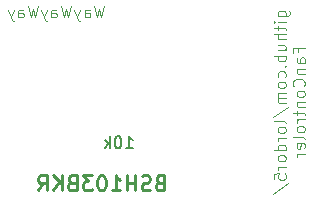
<source format=gbr>
%TF.GenerationSoftware,KiCad,Pcbnew,9.0.0*%
%TF.CreationDate,2025-03-22T17:47:38+01:00*%
%TF.ProjectId,FanControles,46616e43-6f6e-4747-926f-6c65732e6b69,rev?*%
%TF.SameCoordinates,Original*%
%TF.FileFunction,Legend,Bot*%
%TF.FilePolarity,Positive*%
%FSLAX46Y46*%
G04 Gerber Fmt 4.6, Leading zero omitted, Abs format (unit mm)*
G04 Created by KiCad (PCBNEW 9.0.0) date 2025-03-22 17:47:38*
%MOMM*%
%LPD*%
G01*
G04 APERTURE LIST*
%ADD10C,0.125000*%
%ADD11C,0.100000*%
%ADD12C,0.254000*%
%ADD13C,0.150000*%
G04 APERTURE END LIST*
D10*
X157484480Y-78285713D02*
X158294004Y-78285713D01*
X158294004Y-78285713D02*
X158389242Y-78238094D01*
X158389242Y-78238094D02*
X158436861Y-78190475D01*
X158436861Y-78190475D02*
X158484480Y-78095237D01*
X158484480Y-78095237D02*
X158484480Y-77952380D01*
X158484480Y-77952380D02*
X158436861Y-77857142D01*
X158103528Y-78285713D02*
X158151147Y-78190475D01*
X158151147Y-78190475D02*
X158151147Y-77999999D01*
X158151147Y-77999999D02*
X158103528Y-77904761D01*
X158103528Y-77904761D02*
X158055908Y-77857142D01*
X158055908Y-77857142D02*
X157960670Y-77809523D01*
X157960670Y-77809523D02*
X157674956Y-77809523D01*
X157674956Y-77809523D02*
X157579718Y-77857142D01*
X157579718Y-77857142D02*
X157532099Y-77904761D01*
X157532099Y-77904761D02*
X157484480Y-77999999D01*
X157484480Y-77999999D02*
X157484480Y-78190475D01*
X157484480Y-78190475D02*
X157532099Y-78285713D01*
X158151147Y-78761904D02*
X157484480Y-78761904D01*
X157151147Y-78761904D02*
X157198766Y-78714285D01*
X157198766Y-78714285D02*
X157246385Y-78761904D01*
X157246385Y-78761904D02*
X157198766Y-78809523D01*
X157198766Y-78809523D02*
X157151147Y-78761904D01*
X157151147Y-78761904D02*
X157246385Y-78761904D01*
X157484480Y-79095237D02*
X157484480Y-79476189D01*
X157151147Y-79238094D02*
X158008289Y-79238094D01*
X158008289Y-79238094D02*
X158103528Y-79285713D01*
X158103528Y-79285713D02*
X158151147Y-79380951D01*
X158151147Y-79380951D02*
X158151147Y-79476189D01*
X158151147Y-79809523D02*
X157151147Y-79809523D01*
X158151147Y-80238094D02*
X157627337Y-80238094D01*
X157627337Y-80238094D02*
X157532099Y-80190475D01*
X157532099Y-80190475D02*
X157484480Y-80095237D01*
X157484480Y-80095237D02*
X157484480Y-79952380D01*
X157484480Y-79952380D02*
X157532099Y-79857142D01*
X157532099Y-79857142D02*
X157579718Y-79809523D01*
X157484480Y-81142856D02*
X158151147Y-81142856D01*
X157484480Y-80714285D02*
X158008289Y-80714285D01*
X158008289Y-80714285D02*
X158103528Y-80761904D01*
X158103528Y-80761904D02*
X158151147Y-80857142D01*
X158151147Y-80857142D02*
X158151147Y-80999999D01*
X158151147Y-80999999D02*
X158103528Y-81095237D01*
X158103528Y-81095237D02*
X158055908Y-81142856D01*
X158151147Y-81619047D02*
X157151147Y-81619047D01*
X157532099Y-81619047D02*
X157484480Y-81714285D01*
X157484480Y-81714285D02*
X157484480Y-81904761D01*
X157484480Y-81904761D02*
X157532099Y-81999999D01*
X157532099Y-81999999D02*
X157579718Y-82047618D01*
X157579718Y-82047618D02*
X157674956Y-82095237D01*
X157674956Y-82095237D02*
X157960670Y-82095237D01*
X157960670Y-82095237D02*
X158055908Y-82047618D01*
X158055908Y-82047618D02*
X158103528Y-81999999D01*
X158103528Y-81999999D02*
X158151147Y-81904761D01*
X158151147Y-81904761D02*
X158151147Y-81714285D01*
X158151147Y-81714285D02*
X158103528Y-81619047D01*
X158055908Y-82523809D02*
X158103528Y-82571428D01*
X158103528Y-82571428D02*
X158151147Y-82523809D01*
X158151147Y-82523809D02*
X158103528Y-82476190D01*
X158103528Y-82476190D02*
X158055908Y-82523809D01*
X158055908Y-82523809D02*
X158151147Y-82523809D01*
X158103528Y-83428570D02*
X158151147Y-83333332D01*
X158151147Y-83333332D02*
X158151147Y-83142856D01*
X158151147Y-83142856D02*
X158103528Y-83047618D01*
X158103528Y-83047618D02*
X158055908Y-82999999D01*
X158055908Y-82999999D02*
X157960670Y-82952380D01*
X157960670Y-82952380D02*
X157674956Y-82952380D01*
X157674956Y-82952380D02*
X157579718Y-82999999D01*
X157579718Y-82999999D02*
X157532099Y-83047618D01*
X157532099Y-83047618D02*
X157484480Y-83142856D01*
X157484480Y-83142856D02*
X157484480Y-83333332D01*
X157484480Y-83333332D02*
X157532099Y-83428570D01*
X158151147Y-83999999D02*
X158103528Y-83904761D01*
X158103528Y-83904761D02*
X158055908Y-83857142D01*
X158055908Y-83857142D02*
X157960670Y-83809523D01*
X157960670Y-83809523D02*
X157674956Y-83809523D01*
X157674956Y-83809523D02*
X157579718Y-83857142D01*
X157579718Y-83857142D02*
X157532099Y-83904761D01*
X157532099Y-83904761D02*
X157484480Y-83999999D01*
X157484480Y-83999999D02*
X157484480Y-84142856D01*
X157484480Y-84142856D02*
X157532099Y-84238094D01*
X157532099Y-84238094D02*
X157579718Y-84285713D01*
X157579718Y-84285713D02*
X157674956Y-84333332D01*
X157674956Y-84333332D02*
X157960670Y-84333332D01*
X157960670Y-84333332D02*
X158055908Y-84285713D01*
X158055908Y-84285713D02*
X158103528Y-84238094D01*
X158103528Y-84238094D02*
X158151147Y-84142856D01*
X158151147Y-84142856D02*
X158151147Y-83999999D01*
X158151147Y-84761904D02*
X157484480Y-84761904D01*
X157579718Y-84761904D02*
X157532099Y-84809523D01*
X157532099Y-84809523D02*
X157484480Y-84904761D01*
X157484480Y-84904761D02*
X157484480Y-85047618D01*
X157484480Y-85047618D02*
X157532099Y-85142856D01*
X157532099Y-85142856D02*
X157627337Y-85190475D01*
X157627337Y-85190475D02*
X158151147Y-85190475D01*
X157627337Y-85190475D02*
X157532099Y-85238094D01*
X157532099Y-85238094D02*
X157484480Y-85333332D01*
X157484480Y-85333332D02*
X157484480Y-85476189D01*
X157484480Y-85476189D02*
X157532099Y-85571428D01*
X157532099Y-85571428D02*
X157627337Y-85619047D01*
X157627337Y-85619047D02*
X158151147Y-85619047D01*
X157103528Y-86809522D02*
X158389242Y-85952380D01*
X158151147Y-87285713D02*
X158103528Y-87190475D01*
X158103528Y-87190475D02*
X158008289Y-87142856D01*
X158008289Y-87142856D02*
X157151147Y-87142856D01*
X158151147Y-87809523D02*
X158103528Y-87714285D01*
X158103528Y-87714285D02*
X158055908Y-87666666D01*
X158055908Y-87666666D02*
X157960670Y-87619047D01*
X157960670Y-87619047D02*
X157674956Y-87619047D01*
X157674956Y-87619047D02*
X157579718Y-87666666D01*
X157579718Y-87666666D02*
X157532099Y-87714285D01*
X157532099Y-87714285D02*
X157484480Y-87809523D01*
X157484480Y-87809523D02*
X157484480Y-87952380D01*
X157484480Y-87952380D02*
X157532099Y-88047618D01*
X157532099Y-88047618D02*
X157579718Y-88095237D01*
X157579718Y-88095237D02*
X157674956Y-88142856D01*
X157674956Y-88142856D02*
X157960670Y-88142856D01*
X157960670Y-88142856D02*
X158055908Y-88095237D01*
X158055908Y-88095237D02*
X158103528Y-88047618D01*
X158103528Y-88047618D02*
X158151147Y-87952380D01*
X158151147Y-87952380D02*
X158151147Y-87809523D01*
X158151147Y-88571428D02*
X157484480Y-88571428D01*
X157674956Y-88571428D02*
X157579718Y-88619047D01*
X157579718Y-88619047D02*
X157532099Y-88666666D01*
X157532099Y-88666666D02*
X157484480Y-88761904D01*
X157484480Y-88761904D02*
X157484480Y-88857142D01*
X158151147Y-89619047D02*
X157151147Y-89619047D01*
X158103528Y-89619047D02*
X158151147Y-89523809D01*
X158151147Y-89523809D02*
X158151147Y-89333333D01*
X158151147Y-89333333D02*
X158103528Y-89238095D01*
X158103528Y-89238095D02*
X158055908Y-89190476D01*
X158055908Y-89190476D02*
X157960670Y-89142857D01*
X157960670Y-89142857D02*
X157674956Y-89142857D01*
X157674956Y-89142857D02*
X157579718Y-89190476D01*
X157579718Y-89190476D02*
X157532099Y-89238095D01*
X157532099Y-89238095D02*
X157484480Y-89333333D01*
X157484480Y-89333333D02*
X157484480Y-89523809D01*
X157484480Y-89523809D02*
X157532099Y-89619047D01*
X158151147Y-90238095D02*
X158103528Y-90142857D01*
X158103528Y-90142857D02*
X158055908Y-90095238D01*
X158055908Y-90095238D02*
X157960670Y-90047619D01*
X157960670Y-90047619D02*
X157674956Y-90047619D01*
X157674956Y-90047619D02*
X157579718Y-90095238D01*
X157579718Y-90095238D02*
X157532099Y-90142857D01*
X157532099Y-90142857D02*
X157484480Y-90238095D01*
X157484480Y-90238095D02*
X157484480Y-90380952D01*
X157484480Y-90380952D02*
X157532099Y-90476190D01*
X157532099Y-90476190D02*
X157579718Y-90523809D01*
X157579718Y-90523809D02*
X157674956Y-90571428D01*
X157674956Y-90571428D02*
X157960670Y-90571428D01*
X157960670Y-90571428D02*
X158055908Y-90523809D01*
X158055908Y-90523809D02*
X158103528Y-90476190D01*
X158103528Y-90476190D02*
X158151147Y-90380952D01*
X158151147Y-90380952D02*
X158151147Y-90238095D01*
X158151147Y-91000000D02*
X157484480Y-91000000D01*
X157674956Y-91000000D02*
X157579718Y-91047619D01*
X157579718Y-91047619D02*
X157532099Y-91095238D01*
X157532099Y-91095238D02*
X157484480Y-91190476D01*
X157484480Y-91190476D02*
X157484480Y-91285714D01*
X157151147Y-92095238D02*
X157151147Y-91619048D01*
X157151147Y-91619048D02*
X157627337Y-91571429D01*
X157627337Y-91571429D02*
X157579718Y-91619048D01*
X157579718Y-91619048D02*
X157532099Y-91714286D01*
X157532099Y-91714286D02*
X157532099Y-91952381D01*
X157532099Y-91952381D02*
X157579718Y-92047619D01*
X157579718Y-92047619D02*
X157627337Y-92095238D01*
X157627337Y-92095238D02*
X157722575Y-92142857D01*
X157722575Y-92142857D02*
X157960670Y-92142857D01*
X157960670Y-92142857D02*
X158055908Y-92095238D01*
X158055908Y-92095238D02*
X158103528Y-92047619D01*
X158103528Y-92047619D02*
X158151147Y-91952381D01*
X158151147Y-91952381D02*
X158151147Y-91714286D01*
X158151147Y-91714286D02*
X158103528Y-91619048D01*
X158103528Y-91619048D02*
X158055908Y-91571429D01*
X157103528Y-93285714D02*
X158389242Y-92428572D01*
X159237281Y-81285713D02*
X159237281Y-80952380D01*
X159761091Y-80952380D02*
X158761091Y-80952380D01*
X158761091Y-80952380D02*
X158761091Y-81428570D01*
X159761091Y-82238094D02*
X159237281Y-82238094D01*
X159237281Y-82238094D02*
X159142043Y-82190475D01*
X159142043Y-82190475D02*
X159094424Y-82095237D01*
X159094424Y-82095237D02*
X159094424Y-81904761D01*
X159094424Y-81904761D02*
X159142043Y-81809523D01*
X159713472Y-82238094D02*
X159761091Y-82142856D01*
X159761091Y-82142856D02*
X159761091Y-81904761D01*
X159761091Y-81904761D02*
X159713472Y-81809523D01*
X159713472Y-81809523D02*
X159618233Y-81761904D01*
X159618233Y-81761904D02*
X159522995Y-81761904D01*
X159522995Y-81761904D02*
X159427757Y-81809523D01*
X159427757Y-81809523D02*
X159380138Y-81904761D01*
X159380138Y-81904761D02*
X159380138Y-82142856D01*
X159380138Y-82142856D02*
X159332519Y-82238094D01*
X159094424Y-82714285D02*
X159761091Y-82714285D01*
X159189662Y-82714285D02*
X159142043Y-82761904D01*
X159142043Y-82761904D02*
X159094424Y-82857142D01*
X159094424Y-82857142D02*
X159094424Y-82999999D01*
X159094424Y-82999999D02*
X159142043Y-83095237D01*
X159142043Y-83095237D02*
X159237281Y-83142856D01*
X159237281Y-83142856D02*
X159761091Y-83142856D01*
X159665852Y-84190475D02*
X159713472Y-84142856D01*
X159713472Y-84142856D02*
X159761091Y-83999999D01*
X159761091Y-83999999D02*
X159761091Y-83904761D01*
X159761091Y-83904761D02*
X159713472Y-83761904D01*
X159713472Y-83761904D02*
X159618233Y-83666666D01*
X159618233Y-83666666D02*
X159522995Y-83619047D01*
X159522995Y-83619047D02*
X159332519Y-83571428D01*
X159332519Y-83571428D02*
X159189662Y-83571428D01*
X159189662Y-83571428D02*
X158999186Y-83619047D01*
X158999186Y-83619047D02*
X158903948Y-83666666D01*
X158903948Y-83666666D02*
X158808710Y-83761904D01*
X158808710Y-83761904D02*
X158761091Y-83904761D01*
X158761091Y-83904761D02*
X158761091Y-83999999D01*
X158761091Y-83999999D02*
X158808710Y-84142856D01*
X158808710Y-84142856D02*
X158856329Y-84190475D01*
X159761091Y-84761904D02*
X159713472Y-84666666D01*
X159713472Y-84666666D02*
X159665852Y-84619047D01*
X159665852Y-84619047D02*
X159570614Y-84571428D01*
X159570614Y-84571428D02*
X159284900Y-84571428D01*
X159284900Y-84571428D02*
X159189662Y-84619047D01*
X159189662Y-84619047D02*
X159142043Y-84666666D01*
X159142043Y-84666666D02*
X159094424Y-84761904D01*
X159094424Y-84761904D02*
X159094424Y-84904761D01*
X159094424Y-84904761D02*
X159142043Y-84999999D01*
X159142043Y-84999999D02*
X159189662Y-85047618D01*
X159189662Y-85047618D02*
X159284900Y-85095237D01*
X159284900Y-85095237D02*
X159570614Y-85095237D01*
X159570614Y-85095237D02*
X159665852Y-85047618D01*
X159665852Y-85047618D02*
X159713472Y-84999999D01*
X159713472Y-84999999D02*
X159761091Y-84904761D01*
X159761091Y-84904761D02*
X159761091Y-84761904D01*
X159094424Y-85523809D02*
X159761091Y-85523809D01*
X159189662Y-85523809D02*
X159142043Y-85571428D01*
X159142043Y-85571428D02*
X159094424Y-85666666D01*
X159094424Y-85666666D02*
X159094424Y-85809523D01*
X159094424Y-85809523D02*
X159142043Y-85904761D01*
X159142043Y-85904761D02*
X159237281Y-85952380D01*
X159237281Y-85952380D02*
X159761091Y-85952380D01*
X159094424Y-86285714D02*
X159094424Y-86666666D01*
X158761091Y-86428571D02*
X159618233Y-86428571D01*
X159618233Y-86428571D02*
X159713472Y-86476190D01*
X159713472Y-86476190D02*
X159761091Y-86571428D01*
X159761091Y-86571428D02*
X159761091Y-86666666D01*
X159761091Y-87000000D02*
X159094424Y-87000000D01*
X159284900Y-87000000D02*
X159189662Y-87047619D01*
X159189662Y-87047619D02*
X159142043Y-87095238D01*
X159142043Y-87095238D02*
X159094424Y-87190476D01*
X159094424Y-87190476D02*
X159094424Y-87285714D01*
X159761091Y-87761905D02*
X159713472Y-87666667D01*
X159713472Y-87666667D02*
X159665852Y-87619048D01*
X159665852Y-87619048D02*
X159570614Y-87571429D01*
X159570614Y-87571429D02*
X159284900Y-87571429D01*
X159284900Y-87571429D02*
X159189662Y-87619048D01*
X159189662Y-87619048D02*
X159142043Y-87666667D01*
X159142043Y-87666667D02*
X159094424Y-87761905D01*
X159094424Y-87761905D02*
X159094424Y-87904762D01*
X159094424Y-87904762D02*
X159142043Y-88000000D01*
X159142043Y-88000000D02*
X159189662Y-88047619D01*
X159189662Y-88047619D02*
X159284900Y-88095238D01*
X159284900Y-88095238D02*
X159570614Y-88095238D01*
X159570614Y-88095238D02*
X159665852Y-88047619D01*
X159665852Y-88047619D02*
X159713472Y-88000000D01*
X159713472Y-88000000D02*
X159761091Y-87904762D01*
X159761091Y-87904762D02*
X159761091Y-87761905D01*
X159761091Y-88666667D02*
X159713472Y-88571429D01*
X159713472Y-88571429D02*
X159618233Y-88523810D01*
X159618233Y-88523810D02*
X158761091Y-88523810D01*
X159713472Y-89428572D02*
X159761091Y-89333334D01*
X159761091Y-89333334D02*
X159761091Y-89142858D01*
X159761091Y-89142858D02*
X159713472Y-89047620D01*
X159713472Y-89047620D02*
X159618233Y-89000001D01*
X159618233Y-89000001D02*
X159237281Y-89000001D01*
X159237281Y-89000001D02*
X159142043Y-89047620D01*
X159142043Y-89047620D02*
X159094424Y-89142858D01*
X159094424Y-89142858D02*
X159094424Y-89333334D01*
X159094424Y-89333334D02*
X159142043Y-89428572D01*
X159142043Y-89428572D02*
X159237281Y-89476191D01*
X159237281Y-89476191D02*
X159332519Y-89476191D01*
X159332519Y-89476191D02*
X159427757Y-89000001D01*
X159761091Y-89904763D02*
X159094424Y-89904763D01*
X159284900Y-89904763D02*
X159189662Y-89952382D01*
X159189662Y-89952382D02*
X159142043Y-90000001D01*
X159142043Y-90000001D02*
X159094424Y-90095239D01*
X159094424Y-90095239D02*
X159094424Y-90190477D01*
D11*
X142791353Y-77372419D02*
X142553258Y-78372419D01*
X142553258Y-78372419D02*
X142362782Y-77658133D01*
X142362782Y-77658133D02*
X142172306Y-78372419D01*
X142172306Y-78372419D02*
X141934211Y-77372419D01*
X141124687Y-78372419D02*
X141124687Y-77848609D01*
X141124687Y-77848609D02*
X141172306Y-77753371D01*
X141172306Y-77753371D02*
X141267544Y-77705752D01*
X141267544Y-77705752D02*
X141458020Y-77705752D01*
X141458020Y-77705752D02*
X141553258Y-77753371D01*
X141124687Y-78324800D02*
X141219925Y-78372419D01*
X141219925Y-78372419D02*
X141458020Y-78372419D01*
X141458020Y-78372419D02*
X141553258Y-78324800D01*
X141553258Y-78324800D02*
X141600877Y-78229561D01*
X141600877Y-78229561D02*
X141600877Y-78134323D01*
X141600877Y-78134323D02*
X141553258Y-78039085D01*
X141553258Y-78039085D02*
X141458020Y-77991466D01*
X141458020Y-77991466D02*
X141219925Y-77991466D01*
X141219925Y-77991466D02*
X141124687Y-77943847D01*
X140743734Y-77705752D02*
X140505639Y-78372419D01*
X140267544Y-77705752D02*
X140505639Y-78372419D01*
X140505639Y-78372419D02*
X140600877Y-78610514D01*
X140600877Y-78610514D02*
X140648496Y-78658133D01*
X140648496Y-78658133D02*
X140743734Y-78705752D01*
X139981829Y-77372419D02*
X139743734Y-78372419D01*
X139743734Y-78372419D02*
X139553258Y-77658133D01*
X139553258Y-77658133D02*
X139362782Y-78372419D01*
X139362782Y-78372419D02*
X139124687Y-77372419D01*
X138315163Y-78372419D02*
X138315163Y-77848609D01*
X138315163Y-77848609D02*
X138362782Y-77753371D01*
X138362782Y-77753371D02*
X138458020Y-77705752D01*
X138458020Y-77705752D02*
X138648496Y-77705752D01*
X138648496Y-77705752D02*
X138743734Y-77753371D01*
X138315163Y-78324800D02*
X138410401Y-78372419D01*
X138410401Y-78372419D02*
X138648496Y-78372419D01*
X138648496Y-78372419D02*
X138743734Y-78324800D01*
X138743734Y-78324800D02*
X138791353Y-78229561D01*
X138791353Y-78229561D02*
X138791353Y-78134323D01*
X138791353Y-78134323D02*
X138743734Y-78039085D01*
X138743734Y-78039085D02*
X138648496Y-77991466D01*
X138648496Y-77991466D02*
X138410401Y-77991466D01*
X138410401Y-77991466D02*
X138315163Y-77943847D01*
X137934210Y-77705752D02*
X137696115Y-78372419D01*
X137458020Y-77705752D02*
X137696115Y-78372419D01*
X137696115Y-78372419D02*
X137791353Y-78610514D01*
X137791353Y-78610514D02*
X137838972Y-78658133D01*
X137838972Y-78658133D02*
X137934210Y-78705752D01*
X137172305Y-77372419D02*
X136934210Y-78372419D01*
X136934210Y-78372419D02*
X136743734Y-77658133D01*
X136743734Y-77658133D02*
X136553258Y-78372419D01*
X136553258Y-78372419D02*
X136315163Y-77372419D01*
X135505639Y-78372419D02*
X135505639Y-77848609D01*
X135505639Y-77848609D02*
X135553258Y-77753371D01*
X135553258Y-77753371D02*
X135648496Y-77705752D01*
X135648496Y-77705752D02*
X135838972Y-77705752D01*
X135838972Y-77705752D02*
X135934210Y-77753371D01*
X135505639Y-78324800D02*
X135600877Y-78372419D01*
X135600877Y-78372419D02*
X135838972Y-78372419D01*
X135838972Y-78372419D02*
X135934210Y-78324800D01*
X135934210Y-78324800D02*
X135981829Y-78229561D01*
X135981829Y-78229561D02*
X135981829Y-78134323D01*
X135981829Y-78134323D02*
X135934210Y-78039085D01*
X135934210Y-78039085D02*
X135838972Y-77991466D01*
X135838972Y-77991466D02*
X135600877Y-77991466D01*
X135600877Y-77991466D02*
X135505639Y-77943847D01*
X135124686Y-77705752D02*
X134886591Y-78372419D01*
X134648496Y-77705752D02*
X134886591Y-78372419D01*
X134886591Y-78372419D02*
X134981829Y-78610514D01*
X134981829Y-78610514D02*
X135029448Y-78658133D01*
X135029448Y-78658133D02*
X135124686Y-78705752D01*
D12*
X147461071Y-92359080D02*
X147279643Y-92419556D01*
X147279643Y-92419556D02*
X147219166Y-92480032D01*
X147219166Y-92480032D02*
X147158690Y-92600984D01*
X147158690Y-92600984D02*
X147158690Y-92782413D01*
X147158690Y-92782413D02*
X147219166Y-92903365D01*
X147219166Y-92903365D02*
X147279643Y-92963842D01*
X147279643Y-92963842D02*
X147400595Y-93024318D01*
X147400595Y-93024318D02*
X147884405Y-93024318D01*
X147884405Y-93024318D02*
X147884405Y-91754318D01*
X147884405Y-91754318D02*
X147461071Y-91754318D01*
X147461071Y-91754318D02*
X147340119Y-91814794D01*
X147340119Y-91814794D02*
X147279643Y-91875270D01*
X147279643Y-91875270D02*
X147219166Y-91996222D01*
X147219166Y-91996222D02*
X147219166Y-92117175D01*
X147219166Y-92117175D02*
X147279643Y-92238127D01*
X147279643Y-92238127D02*
X147340119Y-92298603D01*
X147340119Y-92298603D02*
X147461071Y-92359080D01*
X147461071Y-92359080D02*
X147884405Y-92359080D01*
X146674881Y-92963842D02*
X146493452Y-93024318D01*
X146493452Y-93024318D02*
X146191071Y-93024318D01*
X146191071Y-93024318D02*
X146070119Y-92963842D01*
X146070119Y-92963842D02*
X146009643Y-92903365D01*
X146009643Y-92903365D02*
X145949166Y-92782413D01*
X145949166Y-92782413D02*
X145949166Y-92661461D01*
X145949166Y-92661461D02*
X146009643Y-92540508D01*
X146009643Y-92540508D02*
X146070119Y-92480032D01*
X146070119Y-92480032D02*
X146191071Y-92419556D01*
X146191071Y-92419556D02*
X146432976Y-92359080D01*
X146432976Y-92359080D02*
X146553928Y-92298603D01*
X146553928Y-92298603D02*
X146614405Y-92238127D01*
X146614405Y-92238127D02*
X146674881Y-92117175D01*
X146674881Y-92117175D02*
X146674881Y-91996222D01*
X146674881Y-91996222D02*
X146614405Y-91875270D01*
X146614405Y-91875270D02*
X146553928Y-91814794D01*
X146553928Y-91814794D02*
X146432976Y-91754318D01*
X146432976Y-91754318D02*
X146130595Y-91754318D01*
X146130595Y-91754318D02*
X145949166Y-91814794D01*
X145404881Y-93024318D02*
X145404881Y-91754318D01*
X145404881Y-92359080D02*
X144679166Y-92359080D01*
X144679166Y-93024318D02*
X144679166Y-91754318D01*
X143409166Y-93024318D02*
X144134881Y-93024318D01*
X143772024Y-93024318D02*
X143772024Y-91754318D01*
X143772024Y-91754318D02*
X143892976Y-91935746D01*
X143892976Y-91935746D02*
X144013928Y-92056699D01*
X144013928Y-92056699D02*
X144134881Y-92117175D01*
X142622976Y-91754318D02*
X142502023Y-91754318D01*
X142502023Y-91754318D02*
X142381071Y-91814794D01*
X142381071Y-91814794D02*
X142320595Y-91875270D01*
X142320595Y-91875270D02*
X142260119Y-91996222D01*
X142260119Y-91996222D02*
X142199642Y-92238127D01*
X142199642Y-92238127D02*
X142199642Y-92540508D01*
X142199642Y-92540508D02*
X142260119Y-92782413D01*
X142260119Y-92782413D02*
X142320595Y-92903365D01*
X142320595Y-92903365D02*
X142381071Y-92963842D01*
X142381071Y-92963842D02*
X142502023Y-93024318D01*
X142502023Y-93024318D02*
X142622976Y-93024318D01*
X142622976Y-93024318D02*
X142743928Y-92963842D01*
X142743928Y-92963842D02*
X142804404Y-92903365D01*
X142804404Y-92903365D02*
X142864881Y-92782413D01*
X142864881Y-92782413D02*
X142925357Y-92540508D01*
X142925357Y-92540508D02*
X142925357Y-92238127D01*
X142925357Y-92238127D02*
X142864881Y-91996222D01*
X142864881Y-91996222D02*
X142804404Y-91875270D01*
X142804404Y-91875270D02*
X142743928Y-91814794D01*
X142743928Y-91814794D02*
X142622976Y-91754318D01*
X141776309Y-91754318D02*
X140990118Y-91754318D01*
X140990118Y-91754318D02*
X141413452Y-92238127D01*
X141413452Y-92238127D02*
X141232023Y-92238127D01*
X141232023Y-92238127D02*
X141111071Y-92298603D01*
X141111071Y-92298603D02*
X141050595Y-92359080D01*
X141050595Y-92359080D02*
X140990118Y-92480032D01*
X140990118Y-92480032D02*
X140990118Y-92782413D01*
X140990118Y-92782413D02*
X141050595Y-92903365D01*
X141050595Y-92903365D02*
X141111071Y-92963842D01*
X141111071Y-92963842D02*
X141232023Y-93024318D01*
X141232023Y-93024318D02*
X141594880Y-93024318D01*
X141594880Y-93024318D02*
X141715833Y-92963842D01*
X141715833Y-92963842D02*
X141776309Y-92903365D01*
X140022499Y-92359080D02*
X139841071Y-92419556D01*
X139841071Y-92419556D02*
X139780594Y-92480032D01*
X139780594Y-92480032D02*
X139720118Y-92600984D01*
X139720118Y-92600984D02*
X139720118Y-92782413D01*
X139720118Y-92782413D02*
X139780594Y-92903365D01*
X139780594Y-92903365D02*
X139841071Y-92963842D01*
X139841071Y-92963842D02*
X139962023Y-93024318D01*
X139962023Y-93024318D02*
X140445833Y-93024318D01*
X140445833Y-93024318D02*
X140445833Y-91754318D01*
X140445833Y-91754318D02*
X140022499Y-91754318D01*
X140022499Y-91754318D02*
X139901547Y-91814794D01*
X139901547Y-91814794D02*
X139841071Y-91875270D01*
X139841071Y-91875270D02*
X139780594Y-91996222D01*
X139780594Y-91996222D02*
X139780594Y-92117175D01*
X139780594Y-92117175D02*
X139841071Y-92238127D01*
X139841071Y-92238127D02*
X139901547Y-92298603D01*
X139901547Y-92298603D02*
X140022499Y-92359080D01*
X140022499Y-92359080D02*
X140445833Y-92359080D01*
X139175833Y-93024318D02*
X139175833Y-91754318D01*
X138450118Y-93024318D02*
X138994404Y-92298603D01*
X138450118Y-91754318D02*
X139175833Y-92480032D01*
X137180118Y-93024318D02*
X137603452Y-92419556D01*
X137905833Y-93024318D02*
X137905833Y-91754318D01*
X137905833Y-91754318D02*
X137422023Y-91754318D01*
X137422023Y-91754318D02*
X137301071Y-91814794D01*
X137301071Y-91814794D02*
X137240594Y-91875270D01*
X137240594Y-91875270D02*
X137180118Y-91996222D01*
X137180118Y-91996222D02*
X137180118Y-92177651D01*
X137180118Y-92177651D02*
X137240594Y-92298603D01*
X137240594Y-92298603D02*
X137301071Y-92359080D01*
X137301071Y-92359080D02*
X137422023Y-92419556D01*
X137422023Y-92419556D02*
X137905833Y-92419556D01*
D13*
X144620238Y-89454819D02*
X145191666Y-89454819D01*
X144905952Y-89454819D02*
X144905952Y-88454819D01*
X144905952Y-88454819D02*
X145001190Y-88597676D01*
X145001190Y-88597676D02*
X145096428Y-88692914D01*
X145096428Y-88692914D02*
X145191666Y-88740533D01*
X144001190Y-88454819D02*
X143905952Y-88454819D01*
X143905952Y-88454819D02*
X143810714Y-88502438D01*
X143810714Y-88502438D02*
X143763095Y-88550057D01*
X143763095Y-88550057D02*
X143715476Y-88645295D01*
X143715476Y-88645295D02*
X143667857Y-88835771D01*
X143667857Y-88835771D02*
X143667857Y-89073866D01*
X143667857Y-89073866D02*
X143715476Y-89264342D01*
X143715476Y-89264342D02*
X143763095Y-89359580D01*
X143763095Y-89359580D02*
X143810714Y-89407200D01*
X143810714Y-89407200D02*
X143905952Y-89454819D01*
X143905952Y-89454819D02*
X144001190Y-89454819D01*
X144001190Y-89454819D02*
X144096428Y-89407200D01*
X144096428Y-89407200D02*
X144144047Y-89359580D01*
X144144047Y-89359580D02*
X144191666Y-89264342D01*
X144191666Y-89264342D02*
X144239285Y-89073866D01*
X144239285Y-89073866D02*
X144239285Y-88835771D01*
X144239285Y-88835771D02*
X144191666Y-88645295D01*
X144191666Y-88645295D02*
X144144047Y-88550057D01*
X144144047Y-88550057D02*
X144096428Y-88502438D01*
X144096428Y-88502438D02*
X144001190Y-88454819D01*
X143239285Y-89454819D02*
X143239285Y-88454819D01*
X143144047Y-89073866D02*
X142858333Y-89454819D01*
X142858333Y-88788152D02*
X143239285Y-89169104D01*
M02*

</source>
